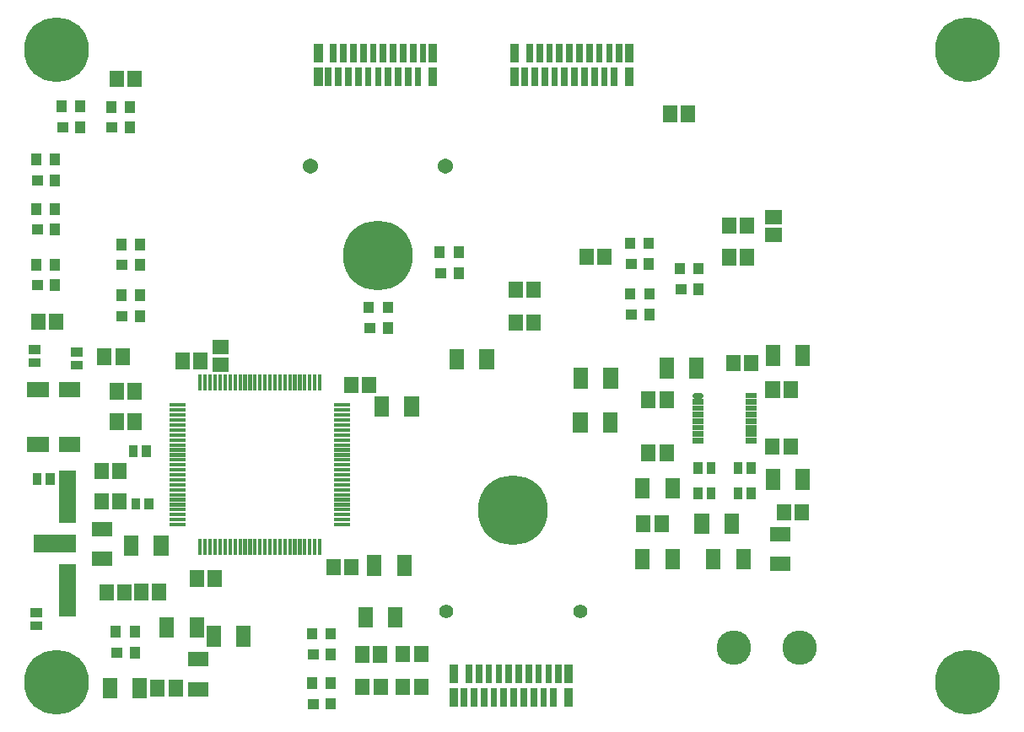
<source format=gbr>
G04 start of page 8 for group -4063 idx -4063 *
G04 Title: (unknown), componentmask *
G04 Creator: pcb 20110918 *
G04 CreationDate: Fri Dec  6 03:47:07 2013 UTC *
G04 For: user1 *
G04 Format: Gerber/RS-274X *
G04 PCB-Dimensions: 550000 550000 *
G04 PCB-Coordinate-Origin: lower left *
%MOIN*%
%FSLAX25Y25*%
%LNTOPMASK*%
%ADD130C,0.0220*%
%ADD129R,0.0220X0.0220*%
%ADD128R,0.0612X0.0612*%
%ADD127R,0.0691X0.0691*%
%ADD126R,0.0400X0.0400*%
%ADD125R,0.0355X0.0355*%
%ADD124R,0.0691X0.0691*%
%ADD123R,0.0572X0.0572*%
%ADD122R,0.0140X0.0140*%
%ADD121R,0.0336X0.0336*%
%ADD120R,0.0257X0.0257*%
%ADD119R,0.0258X0.0258*%
%ADD118C,0.2560*%
%ADD117C,0.0604*%
%ADD116C,0.1360*%
%ADD115C,0.2760*%
%ADD114C,0.0554*%
G54D114*X262985Y84944D03*
X209835D03*
G54D115*X236410Y124740D03*
G54D116*X349610Y70590D03*
X323610D03*
G54D117*X209576Y260706D03*
X156426D03*
G54D115*X183000Y225500D03*
G54D118*X56110Y306840D03*
X416110D03*
X56110Y56840D03*
X416110D03*
G54D119*X252445Y53108D02*Y48384D01*
X248508Y53108D02*Y48384D01*
X244571Y53108D02*Y48384D01*
X240634Y53108D02*Y48384D01*
X236697Y53108D02*Y48384D01*
X232760Y53108D02*Y48384D01*
G54D120*X254413Y62558D02*Y57833D01*
X250476Y62558D02*Y57833D01*
X246539Y62558D02*Y57833D01*
G54D121*X258350Y52715D02*Y48778D01*
Y62164D02*Y58227D01*
G54D119*X228823Y53108D02*Y48384D01*
X224886Y53108D02*Y48384D01*
X220949Y53108D02*Y48384D01*
G54D120*X242602Y62558D02*Y57833D01*
X238665Y62558D02*Y57833D01*
G54D119*X234728Y62557D02*Y57833D01*
X230791Y62557D02*Y57833D01*
X226854Y62557D02*Y57833D01*
X222917Y62557D02*Y57833D01*
X218980Y62557D02*Y57833D01*
G54D121*X213074Y62164D02*Y58227D01*
G54D122*X112788Y112630D02*Y107732D01*
X114756Y112630D02*Y107732D01*
X116725Y112630D02*Y107732D01*
X118693Y112630D02*Y107732D01*
X120662Y112630D02*Y107732D01*
X122630Y112630D02*Y107732D01*
X124599Y112630D02*Y107732D01*
G54D123*X85505Y111921D02*Y109559D01*
G54D124*X50488Y111740D02*X60331D01*
G54D123*X97315Y111921D02*Y109559D01*
G54D122*X126567Y112630D02*Y107732D01*
X128536Y112630D02*Y107732D01*
X130504Y112630D02*Y107732D01*
X132473Y112630D02*Y107732D01*
X134441Y112630D02*Y107732D01*
X136410Y112630D02*Y107732D01*
X138378Y112630D02*Y107732D01*
X140347Y112630D02*Y107732D01*
X142315Y112630D02*Y107732D01*
X144284Y112630D02*Y107732D01*
X146252Y112630D02*Y107732D01*
X148221Y112630D02*Y107732D01*
X150189Y112630D02*Y107732D01*
X152158Y112630D02*Y107732D01*
X154126Y112630D02*Y107732D01*
X156095Y112630D02*Y107732D01*
X158063Y112630D02*Y107732D01*
X160032Y112630D02*Y107732D01*
G54D123*X343457Y124393D02*Y123607D01*
X350543Y124393D02*Y123607D01*
G54D125*X325382Y131992D02*Y131008D01*
X330500Y131992D02*Y131008D01*
X325382Y141992D02*Y141008D01*
X330500Y141992D02*Y141008D01*
G54D123*X339095Y138181D02*Y135819D01*
X340819Y115405D02*X343181D01*
X340819Y103595D02*X343181D01*
G54D125*X309500Y131992D02*Y131008D01*
X314618Y131992D02*Y131008D01*
X309500Y141992D02*Y141008D01*
X314618Y141992D02*Y141008D01*
G54D123*X287595Y134681D02*Y132319D01*
X287957Y119893D02*Y119107D01*
X295043Y119893D02*Y119107D01*
X299405Y134681D02*Y132319D01*
X311000Y120681D02*Y118319D01*
X322810Y120681D02*Y118319D01*
X315595Y106681D02*Y104319D01*
X327405Y106681D02*Y104319D01*
X287595Y106681D02*Y104319D01*
X299405Y106681D02*Y104319D01*
G54D126*X86860Y77028D02*Y76428D01*
X79460Y77028D02*Y76428D01*
G54D123*X77095Y55681D02*Y53319D01*
X88905Y55681D02*Y53319D01*
G54D126*X79760Y68528D02*X80060D01*
X86860Y68828D02*Y68228D01*
G54D119*X217012Y53108D02*Y48384D01*
G54D121*X213074Y52715D02*Y48778D01*
G54D123*X200043Y55393D02*Y54607D01*
X192957Y55393D02*Y54607D01*
Y68393D02*Y67607D01*
X200043Y68393D02*Y67607D01*
X181595Y104181D02*Y101819D01*
X193405Y104181D02*Y101819D01*
X165367Y102633D02*Y101847D01*
X172453Y102633D02*Y101847D01*
X89414Y92893D02*Y92107D01*
X75867Y92633D02*Y91847D01*
X82953Y92633D02*Y91847D01*
G54D127*X60331Y100126D02*Y86346D01*
G54D125*X47418Y84299D02*X48402D01*
X47418Y79181D02*X48402D01*
G54D123*X72819Y105595D02*X75181D01*
G54D126*X157300Y67800D02*X157600D01*
X157300Y48300D02*X157600D01*
X157000Y56800D02*Y56200D01*
X164400Y68100D02*Y67500D01*
Y48600D02*Y48000D01*
Y56800D02*Y56200D01*
Y76300D02*Y75700D01*
X157000Y76300D02*Y75700D01*
G54D123*X176867Y68133D02*Y67347D01*
X183953Y68133D02*Y67347D01*
X176957Y55393D02*Y54607D01*
X184043Y55393D02*Y54607D01*
X178095Y83681D02*Y81319D01*
X189905Y83681D02*Y81319D01*
X95957Y54893D02*Y54107D01*
X103043Y54893D02*Y54107D01*
X110819Y54095D02*X113181D01*
X96500Y92893D02*Y92107D01*
X111410Y98133D02*Y97347D01*
X118496Y98133D02*Y97347D01*
X99595Y79681D02*Y77319D01*
X111405Y79681D02*Y77319D01*
X118095Y76181D02*Y73819D01*
X110819Y65905D02*X113181D01*
X129905Y76181D02*Y73819D01*
G54D119*X198873Y298502D02*Y293778D01*
X194936Y298502D02*Y293778D01*
X190999Y298502D02*Y293778D01*
G54D121*X204778Y298109D02*Y294172D01*
G54D120*X200841Y307952D02*Y303227D01*
X196904Y307952D02*Y303227D01*
X192967Y307952D02*Y303227D01*
G54D121*X204778Y307558D02*Y303621D01*
G54D119*X187062Y298502D02*Y293778D01*
X183125Y298502D02*Y293778D01*
X179188Y298502D02*Y293778D01*
X175251Y298502D02*Y293778D01*
X171314Y298502D02*Y293778D01*
X167377Y298502D02*Y293778D01*
G54D120*X189030Y307952D02*Y303227D01*
X185093Y307952D02*Y303227D01*
G54D119*X181156Y307951D02*Y303227D01*
X177219Y307951D02*Y303227D01*
X173282Y307951D02*Y303227D01*
X169345Y307951D02*Y303227D01*
X165408Y307951D02*Y303227D01*
G54D121*X159502Y307558D02*Y303621D01*
G54D119*X276443Y298492D02*Y293768D01*
X272506Y298492D02*Y293768D01*
X268569Y298492D02*Y293768D01*
G54D120*X278411Y307942D02*Y303217D01*
X274474Y307942D02*Y303217D01*
X270537Y307942D02*Y303217D01*
G54D121*X282348Y298099D02*Y294162D01*
Y307548D02*Y303611D01*
G54D119*X264632Y298492D02*Y293768D01*
X260695Y298492D02*Y293768D01*
X256758Y298492D02*Y293768D01*
X252821Y298492D02*Y293768D01*
X248884Y298492D02*Y293768D01*
X244947Y298492D02*Y293768D01*
X241010Y298492D02*Y293768D01*
G54D121*X237072Y298099D02*Y294162D01*
G54D120*X266600Y307942D02*Y303217D01*
X262663Y307942D02*Y303217D01*
G54D119*X258726Y307941D02*Y303217D01*
X254789Y307941D02*Y303217D01*
X250852Y307941D02*Y303217D01*
X246915Y307941D02*Y303217D01*
X242978Y307941D02*Y303217D01*
G54D121*X237072Y307548D02*Y303611D01*
G54D123*X298457Y281893D02*Y281107D01*
X305543Y281893D02*Y281107D01*
X265414Y225393D02*Y224607D01*
X272500Y225393D02*Y224607D01*
G54D126*X283040Y222090D02*X283340D01*
X290140Y222390D02*Y221790D01*
X290190Y202390D02*Y201790D01*
Y210590D02*Y209990D01*
X290140Y230590D02*Y229990D01*
X282740Y230590D02*Y229990D01*
X283090Y202090D02*X283390D01*
X282790Y210590D02*Y209990D01*
X302540Y212090D02*X302840D01*
X302240Y220590D02*Y219990D01*
X309640Y212390D02*Y211790D01*
Y220590D02*Y219990D01*
G54D123*X321867Y225133D02*Y224347D01*
X328953Y225133D02*Y224347D01*
X321867Y237633D02*Y236847D01*
X328953Y237633D02*Y236847D01*
X339017Y240783D02*X339803D01*
X339017Y233697D02*X339803D01*
G54D119*X163440Y298502D02*Y293778D01*
G54D121*X159502Y298109D02*Y294172D01*
G54D123*X79824Y295633D02*Y294847D01*
X86910Y295633D02*Y294847D01*
G54D126*X55360Y263740D02*Y263140D01*
X58260Y276240D02*X58560D01*
X47960Y263740D02*Y263140D01*
X65360Y276540D02*Y275940D01*
X77810Y276040D02*X78110D01*
X84910Y276340D02*Y275740D01*
X65360Y284740D02*Y284140D01*
X84910Y284540D02*Y283940D01*
X77510Y284540D02*Y283940D01*
X57960Y284740D02*Y284140D01*
G54D125*X63418Y187299D02*X64402D01*
X63418Y182181D02*X64402D01*
G54D128*X47429Y172567D02*X49791D01*
G54D123*X74957Y185893D02*Y185107D01*
G54D125*X46918Y188299D02*X47902D01*
X46918Y183181D02*X47902D01*
G54D123*X48824Y199633D02*Y198847D01*
X55910Y199633D02*Y198847D01*
G54D128*X60028Y172567D02*X62390D01*
G54D123*X82043Y185893D02*Y185107D01*
G54D126*X81810Y201540D02*X82110D01*
X81510Y210040D02*Y209440D01*
G54D123*X79867Y172133D02*Y171347D01*
Y160133D02*Y159347D01*
X80953Y128633D02*Y127847D01*
Y140633D02*Y139847D01*
G54D126*X81810Y221740D02*X82110D01*
G54D127*X60331Y137133D02*Y123353D01*
G54D123*X73867Y128633D02*Y127847D01*
Y140633D02*Y139847D01*
G54D125*X48351Y137732D02*Y136748D01*
X53469Y137732D02*Y136748D01*
G54D128*X60028Y150913D02*X62390D01*
X47429D02*X49791D01*
G54D123*X72819Y117405D02*X75181D01*
G54D126*X88910Y230240D02*Y229640D01*
X81510Y230240D02*Y229640D01*
X88910Y222040D02*Y221440D01*
Y201840D02*Y201240D01*
Y210040D02*Y209440D01*
X48260Y213740D02*X48560D01*
X55360Y214040D02*Y213440D01*
Y222240D02*Y221640D01*
X47960Y222240D02*Y221640D01*
X48260Y235740D02*X48560D01*
X55360Y236040D02*Y235440D01*
X48260Y255240D02*X48560D01*
X55360Y255540D02*Y254940D01*
Y244240D02*Y243640D01*
X47960Y244240D02*Y243640D01*
G54D122*X101402Y166362D02*X106300D01*
X101402Y164394D02*X106300D01*
X101402Y162425D02*X106300D01*
X101402Y160457D02*X106300D01*
X101402Y158488D02*X106300D01*
X101402Y156520D02*X106300D01*
X101402Y154551D02*X106300D01*
X101402Y152583D02*X106300D01*
G54D123*X105867Y184133D02*Y183347D01*
X112953Y184133D02*Y183347D01*
X120517Y189283D02*X121303D01*
X120517Y182197D02*X121303D01*
G54D122*X101402Y150614D02*X106300D01*
X101402Y148646D02*X106300D01*
X101402Y146677D02*X106300D01*
X101402Y144709D02*X106300D01*
X101402Y142740D02*X106300D01*
X101402Y140772D02*X106300D01*
X101402Y138803D02*X106300D01*
X101402Y136835D02*X106300D01*
X101402Y134866D02*X106300D01*
X101402Y132898D02*X106300D01*
X101402Y130929D02*X106300D01*
G54D125*X86351Y148732D02*Y147748D01*
G54D123*X86953Y172133D02*Y171347D01*
Y160133D02*Y159347D01*
G54D125*X91469Y148732D02*Y147748D01*
G54D122*X101402Y128961D02*X106300D01*
X101402Y126992D02*X106300D01*
X101402Y125024D02*X106300D01*
X101402Y123055D02*X106300D01*
X101402Y121087D02*X106300D01*
X101402Y119118D02*X106300D01*
G54D125*X87351Y127791D02*Y126807D01*
X92469Y127791D02*Y126807D01*
G54D122*X166520Y119118D02*X171418D01*
X166520Y121086D02*X171418D01*
X166520Y123055D02*X171418D01*
X166520Y125023D02*X171418D01*
X166520Y126992D02*X171418D01*
X166520Y128960D02*X171418D01*
X166520Y130929D02*X171418D01*
X166520Y132897D02*X171418D01*
X166520Y134866D02*X171418D01*
X166520Y136834D02*X171418D01*
X166520Y138803D02*X171418D01*
X166520Y140771D02*X171418D01*
X166520Y142740D02*X171418D01*
X166520Y144708D02*X171418D01*
X166520Y146677D02*X171418D01*
X166520Y148645D02*X171418D01*
X166520Y150614D02*X171418D01*
X166520Y152582D02*X171418D01*
X166520Y154551D02*X171418D01*
X166520Y156519D02*X171418D01*
X166520Y158488D02*X171418D01*
X166520Y160456D02*X171418D01*
X166520Y162425D02*X171418D01*
X166520Y164393D02*X171418D01*
G54D126*X179800Y196800D02*X180100D01*
X186900Y197100D02*Y196500D01*
Y205300D02*Y204700D01*
X179500Y205300D02*Y204700D01*
G54D122*X166520Y166362D02*X171418D01*
X160032Y177748D02*Y172850D01*
X158064Y177748D02*Y172850D01*
X156095Y177748D02*Y172850D01*
X154127Y177748D02*Y172850D01*
X152158Y177748D02*Y172850D01*
X150190Y177748D02*Y172850D01*
G54D123*X172367Y174633D02*Y173847D01*
X179453Y174633D02*Y173847D01*
X184505Y166921D02*Y164559D01*
X196315Y166921D02*Y164559D01*
G54D122*X148221Y177748D02*Y172850D01*
X146253Y177748D02*Y172850D01*
X144284Y177748D02*Y172850D01*
X142316Y177748D02*Y172850D01*
X140347Y177748D02*Y172850D01*
X138379Y177748D02*Y172850D01*
X136410Y177748D02*Y172850D01*
X134442Y177748D02*Y172850D01*
X132473Y177748D02*Y172850D01*
X130505Y177748D02*Y172850D01*
X128536Y177748D02*Y172850D01*
X126568Y177748D02*Y172850D01*
X124599Y177748D02*Y172850D01*
X122631Y177748D02*Y172850D01*
X120662Y177748D02*Y172850D01*
X118694Y177748D02*Y172850D01*
X116725Y177748D02*Y172850D01*
X114757Y177748D02*Y172850D01*
X112788Y177748D02*Y172850D01*
G54D126*X207800Y218500D02*X208100D01*
X214900Y218800D02*Y218200D01*
Y227000D02*Y226400D01*
X207500Y227000D02*Y226400D01*
G54D123*X237457Y212393D02*Y211607D01*
X244543Y212393D02*Y211607D01*
X237500Y199393D02*Y198607D01*
X244586Y199393D02*Y198607D01*
X214190Y185681D02*Y183319D01*
X226000Y185681D02*Y183319D01*
X339095Y187181D02*Y184819D01*
X350905Y187181D02*Y184819D01*
X339000Y172893D02*Y172107D01*
X346086Y172893D02*Y172107D01*
X323500Y183393D02*Y182607D01*
X330586Y183393D02*Y182607D01*
X297095Y182181D02*Y179819D01*
X308905Y182181D02*Y179819D01*
X350905Y138181D02*Y135819D01*
X338957Y150393D02*Y149607D01*
X346043Y150393D02*Y149607D01*
G54D129*X329500Y152300D02*X331700D01*
X329500Y154900D02*X331700D01*
X329500Y157400D02*X331700D01*
X329500Y160000D02*X331700D01*
X329500Y162600D02*X331700D01*
X329500Y165100D02*X331700D01*
X329500Y167700D02*X331700D01*
G54D123*X289957Y168893D02*Y168107D01*
X297043Y168893D02*Y168107D01*
X263190Y178181D02*Y175819D01*
X275000Y178181D02*Y175819D01*
G54D129*X308300Y160000D02*X310500D01*
G54D123*X263000Y160681D02*Y158319D01*
X274810Y160681D02*Y158319D01*
G54D129*X308300Y157500D02*X310500D01*
X308300Y154900D02*X310500D01*
X308300Y152400D02*X310500D01*
G54D123*X289957Y147893D02*Y147107D01*
X297043Y147893D02*Y147107D01*
G54D130*X308300Y170300D02*X310500D01*
G54D129*X308300Y167700D02*X310500D01*
X308300Y165200D02*X310500D01*
X308300Y162600D02*X310500D01*
X329500Y170200D02*X331700D01*
M02*

</source>
